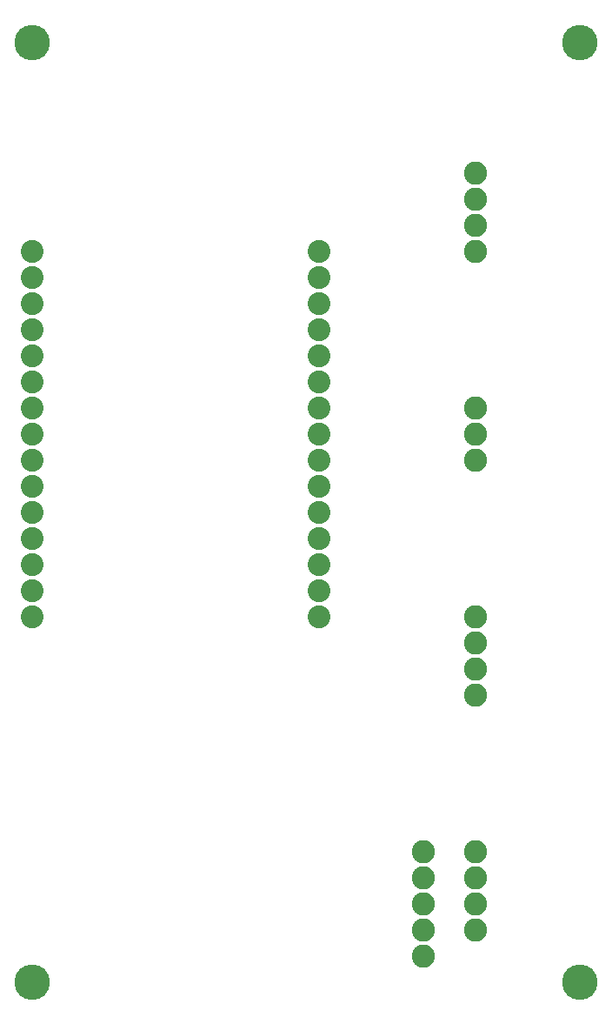
<source format=gbs>
G04 MADE WITH FRITZING*
G04 WWW.FRITZING.ORG*
G04 SINGLE SIDED*
G04 HOLES NOT PLATED*
G04 CONTOUR ON CENTER OF CONTOUR VECTOR*
%ASAXBY*%
%FSLAX23Y23*%
%MOIN*%
%OFA0B0*%
%SFA1.0B1.0*%
%ADD10C,0.087740*%
%ADD11C,0.087746*%
%ADD12C,0.088740*%
%ADD13C,0.135984*%
%LNMASK0*%
G90*
G70*
G54D10*
X1303Y2798D03*
X203Y2998D03*
X203Y2898D03*
X203Y2798D03*
G54D11*
X203Y2698D03*
G54D10*
X203Y2598D03*
X1303Y2898D03*
X1303Y2998D03*
G54D11*
X1303Y2698D03*
G54D10*
X203Y2498D03*
X203Y2398D03*
X203Y2298D03*
X203Y2198D03*
X203Y2098D03*
X203Y1998D03*
X203Y1898D03*
X203Y1798D03*
X203Y1698D03*
X203Y1598D03*
X1303Y2298D03*
X1303Y2198D03*
X1303Y2098D03*
X1303Y1998D03*
X1303Y1898D03*
X1303Y1798D03*
X1303Y1698D03*
X1303Y1598D03*
X1303Y2598D03*
X1303Y2498D03*
X1303Y2398D03*
G54D12*
X1703Y698D03*
X1903Y3198D03*
X1903Y3098D03*
X1903Y2998D03*
X1903Y3298D03*
X1903Y2198D03*
X1903Y2298D03*
X1903Y2398D03*
X1903Y1398D03*
X1903Y1298D03*
X1903Y1498D03*
X1903Y1598D03*
X1903Y498D03*
X1903Y398D03*
X1903Y598D03*
X1903Y698D03*
X1703Y298D03*
X1703Y398D03*
X1703Y498D03*
X1703Y598D03*
G54D13*
X2303Y198D03*
X203Y198D03*
X203Y3798D03*
X2303Y3798D03*
G04 End of Mask0*
M02*
</source>
